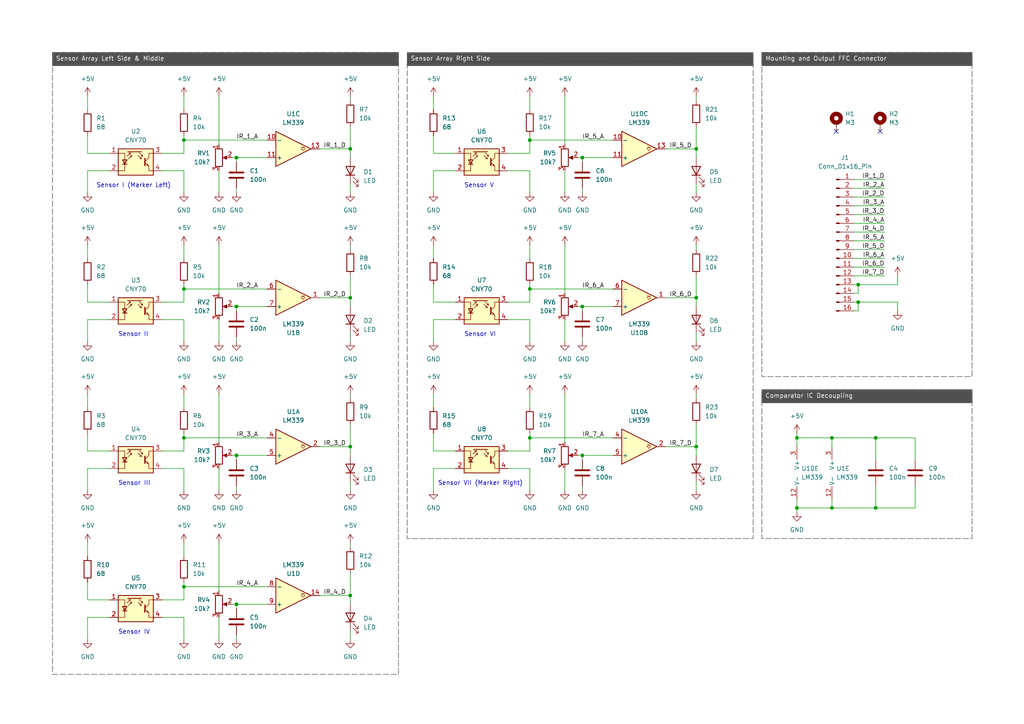
<source format=kicad_sch>
(kicad_sch (version 20231120) (generator "eeschema") (generator_version "8.0")
  (paper "A4")
  (lib_symbols
    (symbol "Comparator:LM339" (pin_names (offset 0.127))
      (property "Reference" "U" (at 0 5.08 0))
      (property "Value" "LM339" (at 0 -5.08 0))
      (symbol "LM339_1_1"
        (pin open_collector line (at 7.62 0 180) (length 2.54) (name "~") (number "2"))
        (pin input line (at -7.62 -2.54 0) (length 2.54) (name "-") (number "4"))
        (pin input line (at -7.62 2.54 0) (length 2.54) (name "+") (number "5"))
      )
      (symbol "LM339_2_1"
        (pin open_collector line (at 7.62 0 180) (length 2.54) (name "~") (number "1"))
        (pin input line (at -7.62 -2.54 0) (length 2.54) (name "-") (number "6"))
        (pin input line (at -7.62 2.54 0) (length 2.54) (name "+") (number "7"))
      )
      (symbol "LM339_3_1"
        (pin input line (at -7.62 -2.54 0) (length 2.54) (name "-") (number "10"))
        (pin input line (at -7.62 2.54 0) (length 2.54) (name "+") (number "11"))
        (pin open_collector line (at 7.62 0 180) (length 2.54) (name "~") (number "13"))
      )
      (symbol "LM339_4_1"
        (pin open_collector line (at 7.62 0 180) (length 2.54) (name "~") (number "14"))
        (pin input line (at -7.62 -2.54 0) (length 2.54) (name "-") (number "8"))
        (pin input line (at -7.62 2.54 0) (length 2.54) (name "+") (number "9"))
      )
      (symbol "LM339_5_1"
        (pin power_in line (at -2.54 -7.62 90) (length 3.81) (name "V-") (number "12"))
        (pin power_in line (at -2.54 7.62 270) (length 3.81) (name "V+") (number "3"))
      )
    )
    (symbol "Connector:Conn_01x16_Pin" (pin_names (offset 1.016) hide)
      (property "Reference" "J" (at 0 20.32 0))
      (property "Value" "Conn_01x16_Pin" (at 0 -22.86 0))
      (symbol "Conn_01x16_Pin_1_1"
        (pin passive line (at 5.08 17.78 180) (length 3.81) (name "Pin_1") (number "1"))
        (pin passive line (at 5.08 -5.08 180) (length 3.81) (name "Pin_10") (number "10"))
        (pin passive line (at 5.08 -7.62 180) (length 3.81) (name "Pin_11") (number "11"))
        (pin passive line (at 5.08 -10.16 180) (length 3.81) (name "Pin_12") (number "12"))
        (pin passive line (at 5.08 -12.7 180) (length 3.81) (name "Pin_13") (number "13"))
        (pin passive line (at 5.08 -15.24 180) (length 3.81) (name "Pin_14") (number "14"))
        (pin passive line (at 5.08 -17.78 180) (length 3.81) (name "Pin_15") (number "15"))
        (pin passive line (at 5.08 -20.32 180) (length 3.81) (name "Pin_16") (number "16"))
        (pin passive line (at 5.08 15.24 180) (length 3.81) (name "Pin_2") (number "2"))
        (pin passive line (at 5.08 12.7 180) (length 3.81) (name "Pin_3") (number "3"))
        (pin passive line (at 5.08 10.16 180) (length 3.81) (name "Pin_4") (number "4"))
        (pin passive line (at 5.08 7.62 180) (length 3.81) (name "Pin_5") (number "5"))
        (pin passive line (at 5.08 5.08 180) (length 3.81) (name "Pin_6") (number "6"))
        (pin passive line (at 5.08 2.54 180) (length 3.81) (name "Pin_7") (number "7"))
        (pin passive line (at 5.08 0 180) (length 3.81) (name "Pin_8") (number "8"))
        (pin passive line (at 5.08 -2.54 180) (length 3.81) (name "Pin_9") (number "9"))
      )
    )
    (symbol "Device:C" (pin_numbers hide) (pin_names (offset 0.254))
      (property "Reference" "C" (at 0.635 2.54 0))
      (property "Value" "C" (at 0.635 -2.54 0))
      (symbol "C_1_1"
        (pin passive line (at 0 3.81 270) (length 2.794) (name "~") (number "1"))
        (pin passive line (at 0 -3.81 90) (length 2.794) (name "~") (number "2"))
      )
    )
    (symbol "Device:LED" (pin_numbers hide) (pin_names (offset 1.016) hide)
      (property "Reference" "D" (at 0 2.54 0))
      (property "Value" "LED" (at 0 -2.54 0))
      (symbol "LED_1_1"
        (pin passive line (at -3.81 0 0) (length 2.54) (name "K") (number "1"))
        (pin passive line (at 3.81 0 180) (length 2.54) (name "A") (number "2"))
      )
    )
    (symbol "Device:R" (pin_numbers hide) (pin_names (offset 0))
      (property "Reference" "R" (at 2.032 0 90))
      (property "Value" "R" (at 0 0 90))
      (symbol "R_1_1"
        (pin passive line (at 0 3.81 270) (length 1.27) (name "~") (number "1"))
        (pin passive line (at 0 -3.81 90) (length 1.27) (name "~") (number "2"))
      )
    )
    (symbol "Device:R_Potentiometer" (pin_names (offset 1.016) hide)
      (property "Reference" "RV" (at -4.445 0 90))
      (property "Value" "R_Potentiometer" (at -2.54 0 90))
      (symbol "R_Potentiometer_1_1"
        (pin passive line (at 0 3.81 270) (length 1.27) (name "1") (number "1"))
        (pin passive line (at 3.81 0 180) (length 1.27) (name "2") (number "2"))
        (pin passive line (at 0 -3.81 90) (length 1.27) (name "3") (number "3"))
      )
    )
    (symbol "Mechanical:MountingHole_Pad" (pin_numbers hide) (pin_names (offset 1.016) hide)
      (property "Reference" "H" (at 0 6.35 0))
      (property "Value" "MountingHole_Pad" (at 0 4.445 0))
      (symbol "MountingHole_Pad_1_1"
        (pin input line (at 0 -2.54 90) (length 2.54) (name "1") (number "1"))
      )
    )
    (symbol "Sensor_Proximity:CNY70" (pin_names (offset 1.016) hide)
      (property "Reference" "U" (at -5.08 5.08 0))
      (property "Value" "CNY70" (at 5.08 5.08 0))
      (symbol "CNY70_1_1"
        (pin passive line (at -7.62 2.54 0) (length 2.54) (name "A") (number "1"))
        (pin passive line (at -7.62 -2.54 0) (length 2.54) (name "K") (number "2"))
        (pin open_collector line (at 7.62 2.54 180) (length 2.54) (name "C") (number "3"))
        (pin open_emitter line (at 7.62 -2.54 180) (length 2.54) (name "E") (number "4"))
      )
    )
    (symbol "power:+5V" (power) (pin_names (offset 0))
      (property "Value" "+5V" (at 0 3.556 0))
      (symbol "+5V_1_1"
        (pin power_in line (at 0 0 90) (length 0) hide (name "+5V") (number "1"))
      )
    )
    (symbol "power:GND" (power) (pin_names (offset 0))
      (property "Value" "GND" (at 0 -3.81 0))
      (symbol "GND_1_1"
        (pin power_in line (at 0 0 270) (length 0) hide (name "GND") (number "1"))
      )
    )
  )
  (junction (at 53.34 127))
  (junction (at 101.6 172.72))
  (junction (at 201.93 86.36))
  (junction (at 53.34 83.82))
  (junction (at 201.93 43.18))
  (junction (at 68.58 175.26))
  (junction (at 168.91 88.9))
  (junction (at 248.92 87.63))
  (junction (at 101.6 43.18))
  (junction (at 68.58 88.9))
  (junction (at 153.67 40.64))
  (junction (at 241.3 127))
  (junction (at 231.14 147.32))
  (junction (at 101.6 86.36))
  (junction (at 241.3 147.32))
  (junction (at 153.67 83.82))
  (junction (at 53.34 40.64))
  (junction (at 68.58 45.72))
  (junction (at 231.14 127))
  (junction (at 168.91 132.08))
  (junction (at 254 147.32))
  (junction (at 201.93 129.54))
  (junction (at 101.6 129.54))
  (junction (at 168.91 45.72))
  (junction (at 53.34 170.18))
  (junction (at 248.92 82.55))
  (junction (at 254 127))
  (junction (at 68.58 132.08))
  (junction (at 153.67 127))
  (no_connect (at 255.27 38.1))
  (no_connect (at 242.57 38.1))
  (wire (pts (xy 101.6 139.7) (xy 101.6 142.24)))
  (wire (pts (xy 125.73 87.63) (xy 132.08 87.63)))
  (wire (pts (xy 201.93 139.7) (xy 201.93 142.24)))
  (wire (pts (xy 193.04 86.36) (xy 201.93 86.36)))
  (wire (pts (xy 67.31 175.26) (xy 68.58 175.26)))
  (wire (pts (xy 153.67 82.55) (xy 153.67 83.82)))
  (wire (pts (xy 68.58 184.15) (xy 68.58 185.42)))
  (wire (pts (xy 25.4 125.73) (xy 25.4 130.81)))
  (wire (pts (xy 53.34 157.48) (xy 53.34 161.29)))
  (wire (pts (xy 147.32 87.63) (xy 153.67 87.63)))
  (wire (pts (xy 265.43 127) (xy 265.43 133.35)))
  (wire (pts (xy 201.93 86.36) (xy 201.93 88.9)))
  (wire (pts (xy 101.6 86.36) (xy 101.6 88.9)))
  (wire (pts (xy 101.6 43.18) (xy 101.6 45.72)))
  (wire (pts (xy 168.91 97.79) (xy 168.91 99.06)))
  (wire (pts (xy 25.4 71.12) (xy 25.4 74.93)))
  (wire (pts (xy 68.58 45.72) (xy 68.58 46.99)))
  (wire (pts (xy 201.93 36.83) (xy 201.93 43.18)))
  (wire (pts (xy 163.83 27.94) (xy 163.83 41.91)))
  (wire (pts (xy 92.71 172.72) (xy 101.6 172.72)))
  (wire (pts (xy 247.65 67.31) (xy 256.54 67.31)))
  (wire (pts (xy 25.4 92.71) (xy 25.4 99.06)))
  (wire (pts (xy 46.99 130.81) (xy 53.34 130.81)))
  (wire (pts (xy 101.6 27.94) (xy 101.6 29.21)))
  (wire (pts (xy 193.04 129.54) (xy 201.93 129.54)))
  (wire (pts (xy 46.99 179.07) (xy 53.34 179.07)))
  (wire (pts (xy 101.6 96.52) (xy 101.6 99.06)))
  (wire (pts (xy 53.34 82.55) (xy 53.34 83.82)))
  (wire (pts (xy 247.65 62.23) (xy 256.54 62.23)))
  (wire (pts (xy 231.14 147.32) (xy 231.14 148.59)))
  (wire (pts (xy 101.6 123.19) (xy 101.6 129.54)))
  (wire (pts (xy 248.92 87.63) (xy 260.35 87.63)))
  (wire (pts (xy 101.6 182.88) (xy 101.6 185.42)))
  (wire (pts (xy 247.65 87.63) (xy 248.92 87.63)))
  (wire (pts (xy 168.91 54.61) (xy 168.91 55.88)))
  (wire (pts (xy 201.93 71.12) (xy 201.93 72.39)))
  (wire (pts (xy 231.14 144.78) (xy 231.14 147.32)))
  (wire (pts (xy 163.83 49.53) (xy 163.83 55.88)))
  (wire (pts (xy 63.5 157.48) (xy 63.5 171.45)))
  (wire (pts (xy 247.65 54.61) (xy 256.54 54.61)))
  (wire (pts (xy 46.99 87.63) (xy 53.34 87.63)))
  (wire (pts (xy 153.67 127) (xy 177.8 127)))
  (wire (pts (xy 46.99 49.53) (xy 53.34 49.53)))
  (wire (pts (xy 247.65 74.93) (xy 256.54 74.93)))
  (wire (pts (xy 125.73 39.37) (xy 125.73 44.45)))
  (wire (pts (xy 248.92 87.63) (xy 248.92 90.17)))
  (wire (pts (xy 53.34 83.82) (xy 53.34 87.63)))
  (wire (pts (xy 25.4 135.89) (xy 25.4 142.24)))
  (wire (pts (xy 53.34 71.12) (xy 53.34 74.93)))
  (wire (pts (xy 101.6 80.01) (xy 101.6 86.36)))
  (wire (pts (xy 153.67 114.3) (xy 153.67 118.11)))
  (wire (pts (xy 168.91 132.08) (xy 168.91 133.35)))
  (wire (pts (xy 25.4 157.48) (xy 25.4 161.29)))
  (wire (pts (xy 53.34 170.18) (xy 53.34 173.99)))
  (wire (pts (xy 153.67 40.64) (xy 177.8 40.64)))
  (wire (pts (xy 25.4 82.55) (xy 25.4 87.63)))
  (wire (pts (xy 201.93 27.94) (xy 201.93 29.21)))
  (wire (pts (xy 153.67 27.94) (xy 153.67 31.75)))
  (wire (pts (xy 67.31 88.9) (xy 68.58 88.9)))
  (wire (pts (xy 25.4 114.3) (xy 25.4 118.11)))
  (wire (pts (xy 46.99 135.89) (xy 53.34 135.89)))
  (wire (pts (xy 153.67 71.12) (xy 153.67 74.93)))
  (wire (pts (xy 163.83 135.89) (xy 163.83 142.24)))
  (wire (pts (xy 231.14 127) (xy 241.3 127)))
  (wire (pts (xy 53.34 125.73) (xy 53.34 127)))
  (wire (pts (xy 101.6 36.83) (xy 101.6 43.18)))
  (wire (pts (xy 247.65 82.55) (xy 248.92 82.55)))
  (wire (pts (xy 125.73 82.55) (xy 125.73 87.63)))
  (wire (pts (xy 163.83 92.71) (xy 163.83 99.06)))
  (wire (pts (xy 92.71 129.54) (xy 101.6 129.54)))
  (wire (pts (xy 247.65 80.01) (xy 256.54 80.01)))
  (wire (pts (xy 92.71 86.36) (xy 101.6 86.36)))
  (wire (pts (xy 68.58 175.26) (xy 77.47 175.26)))
  (wire (pts (xy 241.3 144.78) (xy 241.3 147.32)))
  (wire (pts (xy 254 140.97) (xy 254 147.32)))
  (wire (pts (xy 63.5 135.89) (xy 63.5 142.24)))
  (wire (pts (xy 241.3 127) (xy 254 127)))
  (wire (pts (xy 46.99 173.99) (xy 53.34 173.99)))
  (wire (pts (xy 46.99 44.45) (xy 53.34 44.45)))
  (wire (pts (xy 101.6 71.12) (xy 101.6 72.39)))
  (wire (pts (xy 201.93 80.01) (xy 201.93 86.36)))
  (wire (pts (xy 147.32 130.81) (xy 153.67 130.81)))
  (wire (pts (xy 68.58 175.26) (xy 68.58 176.53)))
  (wire (pts (xy 92.71 43.18) (xy 101.6 43.18)))
  (wire (pts (xy 201.93 96.52) (xy 201.93 99.06)))
  (wire (pts (xy 53.34 40.64) (xy 53.34 44.45)))
  (wire (pts (xy 68.58 88.9) (xy 68.58 90.17)))
  (wire (pts (xy 168.91 88.9) (xy 177.8 88.9)))
  (wire (pts (xy 53.34 135.89) (xy 53.34 142.24)))
  (wire (pts (xy 153.67 92.71) (xy 153.67 99.06)))
  (wire (pts (xy 153.67 127) (xy 153.67 130.81)))
  (wire (pts (xy 201.93 53.34) (xy 201.93 55.88)))
  (wire (pts (xy 147.32 44.45) (xy 153.67 44.45)))
  (wire (pts (xy 101.6 53.34) (xy 101.6 55.88)))
  (wire (pts (xy 247.65 52.07) (xy 256.54 52.07)))
  (wire (pts (xy 68.58 54.61) (xy 68.58 55.88)))
  (wire (pts (xy 153.67 49.53) (xy 153.67 55.88)))
  (wire (pts (xy 247.65 72.39) (xy 256.54 72.39)))
  (wire (pts (xy 25.4 39.37) (xy 25.4 44.45)))
  (wire (pts (xy 153.67 83.82) (xy 177.8 83.82)))
  (wire (pts (xy 260.35 80.01) (xy 260.35 82.55)))
  (wire (pts (xy 167.64 45.72) (xy 168.91 45.72)))
  (wire (pts (xy 25.4 179.07) (xy 25.4 185.42)))
  (wire (pts (xy 247.65 69.85) (xy 256.54 69.85)))
  (wire (pts (xy 168.91 45.72) (xy 168.91 46.99)))
  (wire (pts (xy 231.14 127) (xy 231.14 129.54)))
  (wire (pts (xy 247.65 90.17) (xy 248.92 90.17)))
  (wire (pts (xy 25.4 27.94) (xy 25.4 31.75)))
  (wire (pts (xy 265.43 140.97) (xy 265.43 147.32)))
  (wire (pts (xy 247.65 77.47) (xy 256.54 77.47)))
  (wire (pts (xy 167.64 88.9) (xy 168.91 88.9)))
  (wire (pts (xy 153.67 135.89) (xy 153.67 142.24)))
  (wire (pts (xy 153.67 40.64) (xy 153.67 44.45)))
  (wire (pts (xy 193.04 43.18) (xy 201.93 43.18)))
  (wire (pts (xy 25.4 179.07) (xy 31.75 179.07)))
  (wire (pts (xy 101.6 129.54) (xy 101.6 132.08)))
  (wire (pts (xy 231.14 147.32) (xy 241.3 147.32)))
  (wire (pts (xy 163.83 114.3) (xy 163.83 128.27)))
  (wire (pts (xy 25.4 168.91) (xy 25.4 173.99)))
  (wire (pts (xy 53.34 40.64) (xy 77.47 40.64)))
  (wire (pts (xy 241.3 147.32) (xy 254 147.32)))
  (wire (pts (xy 46.99 92.71) (xy 53.34 92.71)))
  (wire (pts (xy 63.5 114.3) (xy 63.5 128.27)))
  (wire (pts (xy 168.91 140.97) (xy 168.91 142.24)))
  (wire (pts (xy 68.58 97.79) (xy 68.58 99.06)))
  (wire (pts (xy 153.67 125.73) (xy 153.67 127)))
  (wire (pts (xy 125.73 114.3) (xy 125.73 118.11)))
  (wire (pts (xy 101.6 157.48) (xy 101.6 158.75)))
  (wire (pts (xy 53.34 83.82) (xy 77.47 83.82)))
  (wire (pts (xy 247.65 85.09) (xy 248.92 85.09)))
  (wire (pts (xy 53.34 179.07) (xy 53.34 185.42)))
  (wire (pts (xy 53.34 114.3) (xy 53.34 118.11)))
  (wire (pts (xy 201.93 129.54) (xy 201.93 132.08)))
  (wire (pts (xy 153.67 39.37) (xy 153.67 40.64)))
  (wire (pts (xy 68.58 45.72) (xy 77.47 45.72)))
  (wire (pts (xy 53.34 39.37) (xy 53.34 40.64)))
  (wire (pts (xy 101.6 166.37) (xy 101.6 172.72)))
  (wire (pts (xy 68.58 88.9) (xy 77.47 88.9)))
  (wire (pts (xy 125.73 49.53) (xy 125.73 55.88)))
  (wire (pts (xy 67.31 132.08) (xy 68.58 132.08)))
  (wire (pts (xy 53.34 92.71) (xy 53.34 99.06)))
  (wire (pts (xy 147.32 92.71) (xy 153.67 92.71)))
  (wire (pts (xy 147.32 135.89) (xy 153.67 135.89)))
  (wire (pts (xy 248.92 82.55) (xy 260.35 82.55)))
  (wire (pts (xy 68.58 132.08) (xy 77.47 132.08)))
  (wire (pts (xy 254 127) (xy 265.43 127)))
  (wire (pts (xy 53.34 127) (xy 77.47 127)))
  (wire (pts (xy 68.58 140.97) (xy 68.58 142.24)))
  (wire (pts (xy 25.4 49.53) (xy 25.4 55.88)))
  (wire (pts (xy 125.73 71.12) (xy 125.73 74.93)))
  (wire (pts (xy 260.35 87.63) (xy 260.35 90.17)))
  (wire (pts (xy 201.93 43.18) (xy 201.93 45.72)))
  (wire (pts (xy 25.4 135.89) (xy 31.75 135.89)))
  (wire (pts (xy 247.65 59.69) (xy 256.54 59.69)))
  (wire (pts (xy 25.4 87.63) (xy 31.75 87.63)))
  (wire (pts (xy 168.91 88.9) (xy 168.91 90.17)))
  (wire (pts (xy 125.73 44.45) (xy 132.08 44.45)))
  (wire (pts (xy 63.5 27.94) (xy 63.5 41.91)))
  (wire (pts (xy 163.83 71.12) (xy 163.83 85.09)))
  (wire (pts (xy 231.14 125.73) (xy 231.14 127)))
  (wire (pts (xy 201.93 114.3) (xy 201.93 115.57)))
  (wire (pts (xy 25.4 173.99) (xy 31.75 173.99)))
  (wire (pts (xy 125.73 49.53) (xy 132.08 49.53)))
  (wire (pts (xy 53.34 168.91) (xy 53.34 170.18)))
  (wire (pts (xy 25.4 49.53) (xy 31.75 49.53)))
  (wire (pts (xy 254 147.32) (xy 265.43 147.32)))
  (wire (pts (xy 53.34 170.18) (xy 77.47 170.18)))
  (wire (pts (xy 101.6 114.3) (xy 101.6 115.57)))
  (wire (pts (xy 68.58 132.08) (xy 68.58 133.35)))
  (wire (pts (xy 168.91 45.72) (xy 177.8 45.72)))
  (wire (pts (xy 247.65 64.77) (xy 256.54 64.77)))
  (wire (pts (xy 53.34 49.53) (xy 53.34 55.88)))
  (wire (pts (xy 147.32 49.53) (xy 153.67 49.53)))
  (wire (pts (xy 125.73 130.81) (xy 132.08 130.81)))
  (wire (pts (xy 25.4 44.45) (xy 31.75 44.45)))
  (wire (pts (xy 201.93 123.19) (xy 201.93 129.54)))
  (wire (pts (xy 53.34 127) (xy 53.34 130.81)))
  (wire (pts (xy 153.67 83.82) (xy 153.67 87.63)))
  (wire (pts (xy 53.34 27.94) (xy 53.34 31.75)))
  (wire (pts (xy 241.3 127) (xy 241.3 129.54)))
  (wire (pts (xy 125.73 27.94) (xy 125.73 31.75)))
  (wire (pts (xy 247.65 57.15) (xy 256.54 57.15)))
  (wire (pts (xy 167.64 132.08) (xy 168.91 132.08)))
  (wire (pts (xy 254 127) (xy 254 133.35)))
  (wire (pts (xy 63.5 179.07) (xy 63.5 185.42)))
  (wire (pts (xy 63.5 49.53) (xy 63.5 55.88)))
  (wire (pts (xy 67.31 45.72) (xy 68.58 45.72)))
  (wire (pts (xy 63.5 92.71) (xy 63.5 99.06)))
  (wire (pts (xy 248.92 82.55) (xy 248.92 85.09)))
  (wire (pts (xy 168.91 132.08) (xy 177.8 132.08)))
  (wire (pts (xy 25.4 130.81) (xy 31.75 130.81)))
  (wire (pts (xy 125.73 125.73) (xy 125.73 130.81)))
  (wire (pts (xy 125.73 135.89) (xy 132.08 135.89)))
  (wire (pts (xy 125.73 92.71) (xy 125.73 99.06)))
  (wire (pts (xy 63.5 71.12) (xy 63.5 85.09)))
  (wire (pts (xy 125.73 92.71) (xy 132.08 92.71)))
  (wire (pts (xy 125.73 135.89) (xy 125.73 142.24)))
  (wire (pts (xy 101.6 172.72) (xy 101.6 175.26)))
  (wire (pts (xy 25.4 92.71) (xy 31.75 92.71)))
  (rectangle (start 15.24 15.24) (end 115.57 195.58) (stroke (width 0) (type dash) (color 67 67 67 1)))
  (rectangle (start 220.98 15.24) (end 281.94 109.22) (stroke (width 0) (type dash) (color 67 67 67 1)))
  (rectangle (start 118.11 17.78) (end 218.44 156.21) (stroke (width 0) (type dash) (color 67 67 67 1)))
  (rectangle (start 220.98 113.03) (end 281.94 156.21) (stroke (width 0) (type dash) (color 67 67 67 1)))
  (text_box "Mounting and Output FFC Connector" (at 220.98 15.24 0) (size 60.96 3.81) (stroke (width 0) (color 80 80 80 1)) (fill (type color) (color 80 80 80 1)) (effects (font (size 1.27 1.27)) (justify left top)))
  (text_box "Sensor Array Right Side" (at 118.11 15.24 0) (size 100.33 3.81) (stroke (width 0) (color 80 80 80 1)) (fill (type color) (color 80 80 80 1)) (effects (font (size 1.27 1.27)) (justify left top)))
  (text_box "Sensor Array Left Side & Middle" (at 15.24 15.24 0) (size 100.33 3.81) (stroke (width 0) (color 80 80 80 1)) (fill (type color) (color 80 80 80 1)) (effects (font (size 1.27 1.27)) (justify left top)))
  (text_box "Comparator IC Decoupling" (at 220.98 113.03 0) (size 60.96 3.81) (stroke (width 0) (color 80 80 80 1)) (fill (type color) (color 80 80 80 1)) (effects (font (size 1.27 1.27)) (justify left top)))
  (text "Sensor VI" (at 134.62 97.79 0) (effects (font (size 1.27 1.27)) (justify left bottom)))
  (text "Sensor II" (at 34.29 97.79 0) (effects (font (size 1.27 1.27)) (justify left bottom)))
  (text "Sensor III" (at 34.29 140.97 0) (effects (font (size 1.27 1.27)) (justify left bottom)))
  (text "Sensor V" (at 134.62 54.61 0) (effects (font (size 1.27 1.27)) (justify left bottom)))
  (text "Sensor IV" (at 34.29 184.15 0) (effects (font (size 1.27 1.27)) (justify left bottom)))
  (text "Sensor I (Marker Left)" (at 27.94 54.61 0) (effects (font (size 1.27 1.27)) (justify left bottom)))
  (text "Sensor VII (Marker Right)" (at 127 140.97 0) (effects (font (size 1.27 1.27)) (justify left bottom)))
  (label "IR_4_D" (at 100.33 172.72 180))
  (label "IR_2_D" (at 100.33 86.36 180))
  (label "IR_4_D" (at 256.54 67.31 180))
  (label "IR_2_A" (at 256.54 54.61 180))
  (label "IR_1_D" (at 256.54 52.07 180))
  (label "IR_6_A" (at 168.91 83.82 0))
  (label "IR_7_A" (at 168.91 127 0))
  (label "IR_4_A" (at 68.58 170.18 0))
  (label "IR_2_A" (at 68.58 83.82 0))
  (label "IR_4_A" (at 256.54 64.77 180))
  (label "IR_6_D" (at 256.54 77.47 180))
  (label "IR_2_D" (at 256.54 57.15 180))
  (label "IR_6_D" (at 200.66 86.36 180))
  (label "IR_7_D" (at 200.66 129.54 180))
  (label "IR_3_D" (at 100.33 129.54 180))
  (label "IR_5_A" (at 256.54 69.85 180))
  (label "IR_6_A" (at 256.54 74.93 180))
  (label "IR_3_D" (at 256.54 62.23 180))
  (label "IR_5_A" (at 168.91 40.64 0))
  (label "IR_7_D" (at 256.54 80.01 180))
  (label "IR_3_A" (at 256.54 59.69 180))
  (label "IR_5_D" (at 256.54 72.39 180))
  (label "IR_3_A" (at 68.58 127 0))
  (label "IR_1_D" (at 100.33 43.18 180))
  (label "IR_1_A" (at 68.58 40.64 0))
  (label "IR_5_D" (at 200.66 43.18 180))
  (symbol (lib_id "power:GND") (at 125.73 142.24 0) (unit 1)
    (property "Reference" "#PWR044" (effects (hide yes)))
    (property "Value" "GND" (at 125.73 147.32 0))
  )
  (symbol (lib_id "power:+5V") (at 25.4 157.48 0) (unit 1)
    (property "Reference" "#PWR030" (effects (hide yes)))
    (property "Value" "+5V" (at 25.4 152.4 0))
  )
  (symbol (lib_id "power:+5V") (at 101.6 27.94 0) (unit 1)
    (property "Reference" "#PWR022" (effects (hide yes)))
    (property "Value" "+5V" (at 101.6 22.86 0))
  )
  (symbol (lib_id "Device:R") (at 25.4 35.56 0) (mirror y) (unit 1)
    (property "Reference" "R1" (at 27.94 34.2899 0) (effects (justify right)))
    (property "Value" "68" (at 27.94 36.8299 0) (effects (justify right)))
    (property "Footprint" "Resistor_SMD:R_0603_1608Metric" (effects (hide yes)))
  )
  (symbol (lib_id "power:GND") (at 63.5 99.06 0) (unit 1)
    (property "Reference" "#PWR016" (effects (hide yes)))
    (property "Value" "GND" (at 63.5 104.14 0))
  )
  (symbol (lib_id "power:GND") (at 231.14 148.59 0) (unit 1)
    (property "Reference" "#PWR029" (effects (hide yes)))
    (property "Value" "GND" (at 231.14 153.67 0))
  )
  (symbol (lib_id "power:+5V") (at 201.93 71.12 0) (unit 1)
    (property "Reference" "#PWR069" (effects (hide yes)))
    (property "Value" "+5V" (at 201.93 66.04 0))
  )
  (symbol (lib_id "power:+5V") (at 125.73 71.12 0) (unit 1)
    (property "Reference" "#PWR041" (effects (hide yes)))
    (property "Value" "+5V" (at 125.73 66.04 0))
  )
  (symbol (lib_id "power:GND") (at 25.4 99.06 0) (unit 1)
    (property "Reference" "#PWR04" (effects (hide yes)))
    (property "Value" "GND" (at 25.4 104.14 0))
  )
  (symbol (lib_id "Comparator:LM339") (at 243.84 137.16 0) (unit 5)
    (property "Reference" "U1" (at 242.57 135.89 0) (effects (justify left)))
    (property "Value" "LM339" (at 242.57 138.43 0) (effects (justify left)))
    (property "Footprint" "Package_SO:SO-14_3.9x8.65mm_P1.27mm" (effects (hide yes)))
    (property "Datasheet" "https://www.st.com/resource/en/datasheet/lm139.pdf" (effects (hide yes)))
  )
  (symbol (lib_id "Device:LED") (at 101.6 49.53 90) (unit 1)
    (property "Reference" "D1" (at 105.41 49.8475 90) (effects (justify right)))
    (property "Value" "LED" (at 105.41 52.3875 90) (effects (justify right)))
    (property "Footprint" "Diode_SMD:D_0603_1608Metric" (effects (hide yes)))
  )
  (symbol (lib_id "power:+5V") (at 260.35 80.01 0) (unit 1)
    (property "Reference" "#PWR046" (effects (hide yes)))
    (property "Value" "+5V" (at 260.35 74.93 0))
  )
  (symbol (lib_id "power:+5V") (at 53.34 114.3 0) (unit 1)
    (property "Reference" "#PWR011" (effects (hide yes)))
    (property "Value" "+5V" (at 53.34 109.22 0))
  )
  (symbol (lib_id "Device:R") (at 153.67 121.92 0) (mirror y) (unit 1)
    (property "Reference" "R19" (at 156.21 120.65 0) (effects (justify right)))
    (property "Value" "10k" (at 156.21 123.19 0) (effects (justify right)))
    (property "Footprint" "Resistor_SMD:R_0603_1608Metric" (effects (hide yes)))
  )
  (symbol (lib_id "power:GND") (at 201.93 55.88 0) (unit 1)
    (property "Reference" "#PWR068" (effects (hide yes)))
    (property "Value" "GND" (at 201.93 60.96 0))
  )
  (symbol (lib_id "power:GND") (at 68.58 99.06 0) (unit 1)
    (property "Reference" "#PWR020" (effects (hide yes)))
    (property "Value" "GND" (at 68.58 104.14 0))
  )
  (symbol (lib_id "Device:R_Potentiometer") (at 63.5 132.08 0) (unit 1)
    (property "Reference" "RV3" (at 60.96 130.81 0) (effects (justify right)))
    (property "Value" "10k?" (at 60.96 133.35 0) (effects (justify right)))
    (property "Footprint" "ImportedLibrary:3362P1222LF" (effects (hide yes)))
  )
  (symbol (lib_id "power:+5V") (at 101.6 157.48 0) (unit 1)
    (property "Reference" "#PWR037" (effects (hide yes)))
    (property "Value" "+5V" (at 101.6 152.4 0))
  )
  (symbol (lib_id "Device:R") (at 101.6 76.2 0) (mirror y) (unit 1)
    (property "Reference" "R8" (at 104.14 74.93 0) (effects (justify right)))
    (property "Value" "10k" (at 104.14 77.47 0) (effects (justify right)))
    (property "Footprint" "Resistor_SMD:R_0603_1608Metric" (effects (hide yes)))
  )
  (symbol (lib_id "Device:R") (at 153.67 35.56 0) (mirror y) (unit 1)
    (property "Reference" "R17" (at 156.21 34.29 0) (effects (justify right)))
    (property "Value" "10k" (at 156.21 36.83 0) (effects (justify right)))
    (property "Footprint" "Resistor_SMD:R_0603_1608Metric" (effects (hide yes)))
  )
  (symbol (lib_id "power:GND") (at 25.4 55.88 0) (unit 1)
    (property "Reference" "#PWR02" (effects (hide yes)))
    (property "Value" "GND" (at 25.4 60.96 0))
  )
  (symbol (lib_id "power:+5V") (at 231.14 125.73 0) (unit 1)
    (property "Reference" "#PWR028" (effects (hide yes)))
    (property "Value" "+5V" (at 231.14 120.65 0))
  )
  (symbol (lib_id "Device:R_Potentiometer") (at 163.83 45.72 0) (unit 1)
    (property "Reference" "RV5" (at 161.29 44.45 0) (effects (justify right)))
    (property "Value" "10k?" (at 161.29 46.99 0) (effects (justify right)))
    (property "Footprint" "ImportedLibrary:3362P1222LF" (effects (hide yes)))
  )
  (symbol (lib_id "power:GND") (at 63.5 185.42 0) (unit 1)
    (property "Reference" "#PWR035" (effects (hide yes)))
    (property "Value" "GND" (at 63.5 190.5 0))
  )
  (symbol (lib_id "Device:R_Potentiometer") (at 163.83 132.08 0) (unit 1)
    (property "Reference" "RV7" (at 161.29 130.81 0) (effects (justify right)))
    (property "Value" "10k?" (at 161.29 133.35 0) (effects (justify right)))
    (property "Footprint" "ImportedLibrary:3362P1222LF" (effects (hide yes)))
  )
  (symbol (lib_id "Device:C") (at 68.58 137.16 0) (unit 1)
    (property "Reference" "C3" (at 72.39 135.89 0) (effects (justify left)))
    (property "Value" "100n" (at 72.39 138.43 0) (effects (justify left)))
    (property "Footprint" "Capacitor_SMD:C_0603_1608Metric" (effects (hide yes)))
  )
  (symbol (lib_id "power:GND") (at 63.5 142.24 0) (unit 1)
    (property "Reference" "#PWR018" (effects (hide yes)))
    (property "Value" "GND" (at 63.5 147.32 0))
  )
  (symbol (lib_id "Device:LED") (at 101.6 135.89 90) (unit 1)
    (property "Reference" "D3" (at 105.41 136.2075 90) (effects (justify right)))
    (property "Value" "LED" (at 105.41 138.7475 90) (effects (justify right)))
    (property "Footprint" "Diode_SMD:D_0603_1608Metric" (effects (hide yes)))
  )
  (symbol (lib_id "power:GND") (at 25.4 142.24 0) (unit 1)
    (property "Reference" "#PWR06" (effects (hide yes)))
    (property "Value" "GND" (at 25.4 147.32 0))
  )
  (symbol (lib_id "Device:C") (at 68.58 50.8 0) (unit 1)
    (property "Reference" "C1" (at 72.39 49.53 0) (effects (justify left)))
    (property "Value" "100n" (at 72.39 52.07 0) (effects (justify left)))
    (property "Footprint" "Capacitor_SMD:C_0603_1608Metric" (effects (hide yes)))
  )
  (symbol (lib_id "power:+5V") (at 201.93 114.3 0) (unit 1)
    (property "Reference" "#PWR071" (effects (hide yes)))
    (property "Value" "+5V" (at 201.93 109.22 0))
  )
  (symbol (lib_id "Sensor_Proximity:CNY70") (at 139.7 90.17 0) (unit 1)
    (property "Reference" "U7" (at 139.7 81.28 0))
    (property "Value" "CNY70" (at 139.7 83.82 0))
    (property "Footprint" "OptoDevice:Vishay_CNY70" (effects (hide yes)))
    (property "Datasheet" "https://www.vishay.com/docs/83751/cny70.pdf" (effects (hide yes)))
  )
  (symbol (lib_id "power:+5V") (at 201.93 27.94 0) (unit 1)
    (property "Reference" "#PWR067" (effects (hide yes)))
    (property "Value" "+5V" (at 201.93 22.86 0))
  )
  (symbol (lib_id "power:+5V") (at 53.34 71.12 0) (unit 1)
    (property "Reference" "#PWR09" (effects (hide yes)))
    (property "Value" "+5V" (at 53.34 66.04 0))
  )
  (symbol (lib_id "power:GND") (at 260.35 90.17 0) (unit 1)
    (property "Reference" "#PWR045" (effects (hide yes)))
    (property "Value" "GND" (at 260.35 95.25 0))
  )
  (symbol (lib_id "power:+5V") (at 101.6 114.3 0) (unit 1)
    (property "Reference" "#PWR026" (effects (hide yes)))
    (property "Value" "+5V" (at 101.6 109.22 0))
  )
  (symbol (lib_id "power:+5V") (at 63.5 71.12 0) (unit 1)
    (property "Reference" "#PWR015" (effects (hide yes)))
    (property "Value" "+5V" (at 63.5 66.04 0))
  )
  (symbol (lib_id "power:GND") (at 168.91 142.24 0) (unit 1)
    (property "Reference" "#PWR065" (effects (hide yes)))
    (property "Value" "GND" (at 168.91 147.32 0))
  )
  (symbol (lib_id "Sensor_Proximity:CNY70") (at 139.7 133.35 0) (unit 1)
    (property "Reference" "U8" (at 139.7 124.46 0))
    (property "Value" "CNY70" (at 139.7 127 0))
    (property "Footprint" "OptoDevice:Vishay_CNY70" (effects (hide yes)))
    (property "Datasheet" "https://www.vishay.com/docs/83751/cny70.pdf" (effects (hide yes)))
  )
  (symbol (lib_id "Sensor_Proximity:CNY70") (at 39.37 90.17 0) (unit 1)
    (property "Reference" "U3" (at 39.37 81.28 0))
    (property "Value" "CNY70" (at 39.37 83.82 0))
    (property "Footprint" "OptoDevice:Vishay_CNY70" (effects (hide yes)))
    (property "Datasheet" "https://www.vishay.com/docs/83751/cny70.pdf" (effects (hide yes)))
  )
  (symbol (lib_id "power:GND") (at 101.6 142.24 0) (unit 1)
    (property "Reference" "#PWR027" (effects (hide yes)))
    (property "Value" "GND" (at 101.6 147.32 0))
  )
  (symbol (lib_id "power:+5V") (at 25.4 71.12 0) (unit 1)
    (property "Reference" "#PWR03" (effects (hide yes)))
    (property "Value" "+5V" (at 25.4 66.04 0))
  )
  (symbol (lib_id "Device:R") (at 101.6 119.38 0) (mirror y) (unit 1)
    (property "Reference" "R9" (at 104.14 118.11 0) (effects (justify right)))
    (property "Value" "10k" (at 104.14 120.65 0) (effects (justify right)))
    (property "Footprint" "Resistor_SMD:R_0603_1608Metric" (effects (hide yes)))
  )
  (symbol (lib_id "Sensor_Proximity:CNY70") (at 39.37 133.35 0) (unit 1)
    (property "Reference" "U4" (at 39.37 124.46 0))
    (property "Value" "CNY70" (at 39.37 127 0))
    (property "Footprint" "OptoDevice:Vishay_CNY70" (effects (hide yes)))
    (property "Datasheet" "https://www.vishay.com/docs/83751/cny70.pdf" (effects (hide yes)))
  )
  (symbol (lib_id "power:GND") (at 168.91 99.06 0) (unit 1)
    (property "Reference" "#PWR064" (effects (hide yes)))
    (property "Value" "GND" (at 168.91 104.14 0))
  )
  (symbol (lib_id "power:GND") (at 201.93 142.24 0) (unit 1)
    (property "Reference" "#PWR072" (effects (hide yes)))
    (property "Value" "GND" (at 201.93 147.32 0))
  )
  (symbol (lib_id "power:GND") (at 163.83 142.24 0) (unit 1)
    (property "Reference" "#PWR060" (effects (hide yes)))
    (property "Value" "GND" (at 163.83 147.32 0))
  )
  (symbol (lib_id "Comparator:LM339") (at 85.09 172.72 0) (mirror x) (unit 4)
    (property "Reference" "U1" (at 85.09 166.37 0))
    (property "Value" "LM339" (at 85.09 163.83 0))
    (property "Footprint" "Package_SO:SO-14_3.9x8.65mm_P1.27mm" (effects (hide yes)))
    (property "Datasheet" "https://www.st.com/resource/en/datasheet/lm139.pdf" (effects (hide yes)))
  )
  (symbol (lib_id "power:GND") (at 168.91 55.88 0) (unit 1)
    (property "Reference" "#PWR063" (effects (hide yes)))
    (property "Value" "GND" (at 168.91 60.96 0))
  )
  (symbol (lib_id "Device:R_Potentiometer") (at 63.5 175.26 0) (unit 1)
    (property "Reference" "RV4" (at 60.96 173.99 0) (effects (justify right)))
    (property "Value" "10k?" (at 60.96 176.53 0) (effects (justify right)))
    (property "Footprint" "ImportedLibrary:3362P1222LF" (effects (hide yes)))
  )
  (symbol (lib_id "power:GND") (at 53.34 99.06 0) (unit 1)
    (property "Reference" "#PWR010" (effects (hide yes)))
    (property "Value" "GND" (at 53.34 104.14 0))
  )
  (symbol (lib_id "Sensor_Proximity:CNY70") (at 139.7 46.99 0) (unit 1)
    (property "Reference" "U6" (at 139.7 38.1 0))
    (property "Value" "CNY70" (at 139.7 40.64 0))
    (property "Footprint" "OptoDevice:Vishay_CNY70" (effects (hide yes)))
    (property "Datasheet" "https://www.vishay.com/docs/83751/cny70.pdf" (effects (hide yes)))
  )
  (symbol (lib_id "power:+5V") (at 153.67 71.12 0) (unit 1)
    (property "Reference" "#PWR049" (effects (hide yes)))
    (property "Value" "+5V" (at 153.67 66.04 0))
  )
  (symbol (lib_id "Device:R") (at 153.67 78.74 0) (mirror y) (unit 1)
    (property "Reference" "R18" (at 156.21 77.47 0) (effects (justify right)))
    (property "Value" "10k" (at 156.21 80.01 0) (effects (justify right)))
    (property "Footprint" "Resistor_SMD:R_0603_1608Metric" (effects (hide yes)))
  )
  (symbol (lib_id "Device:LED") (at 201.93 135.89 90) (unit 1)
    (property "Reference" "D7" (at 205.74 136.2075 90) (effects (justify right)))
    (property "Value" "LED" (at 205.74 138.7475 90) (effects (justify right)))
    (property "Footprint" "Diode_SMD:D_0603_1608Metric" (effects (hide yes)))
  )
  (symbol (lib_id "power:+5V") (at 63.5 157.48 0) (unit 1)
    (property "Reference" "#PWR034" (effects (hide yes)))
    (property "Value" "+5V" (at 63.5 152.4 0))
  )
  (symbol (lib_id "Comparator:LM339") (at 185.42 129.54 0) (mirror x) (unit 1)
    (property "Reference" "U10" (at 185.42 119.38 0))
    (property "Value" "LM339" (at 185.42 121.92 0))
    (property "Footprint" "Package_SO:SO-14_3.9x8.65mm_P1.27mm" (effects (hide yes)))
    (property "Datasheet" "https://www.st.com/resource/en/datasheet/lm139.pdf" (effects (hide yes)))
  )
  (symbol (lib_id "Comparator:LM339") (at 233.68 137.16 0) (unit 5)
    (property "Reference" "U10" (at 232.41 135.89 0) (effects (justify left)))
    (property "Value" "LM339" (at 232.41 138.43 0) (effects (justify left)))
    (property "Footprint" "Package_SO:SO-14_3.9x8.65mm_P1.27mm" (effects (hide yes)))
    (property "Datasheet" "https://www.st.com/resource/en/datasheet/lm139.pdf" (effects (hide yes)))
  )
  (symbol (lib_id "power:GND") (at 125.73 99.06 0) (unit 1)
    (property "Reference" "#PWR042" (effects (hide yes)))
    (property "Value" "GND" (at 125.73 104.14 0))
  )
  (symbol (lib_id "power:+5V") (at 153.67 114.3 0) (unit 1)
    (property "Reference" "#PWR051" (effects (hide yes)))
    (property "Value" "+5V" (at 153.67 109.22 0))
  )
  (symbol (lib_id "power:GND") (at 101.6 185.42 0) (unit 1)
    (property "Reference" "#PWR038" (effects (hide yes)))
    (property "Value" "GND" (at 101.6 190.5 0))
  )
  (symbol (lib_id "Device:R") (at 25.4 165.1 0) (mirror y) (unit 1)
    (property "Reference" "R10" (at 27.94 163.8299 0) (effects (justify right)))
    (property "Value" "68" (at 27.94 166.3699 0) (effects (justify right)))
    (property "Footprint" "Resistor_SMD:R_0603_1608Metric" (effects (hide yes)))
  )
  (symbol (lib_id "Device:C") (at 254 137.16 0) (unit 1)
    (property "Reference" "C4" (at 257.81 135.89 0) (effects (justify left)))
    (property "Value" "100n" (at 257.81 138.43 0) (effects (justify left)))
    (property "Footprint" "Capacitor_SMD:C_0603_1608Metric" (effects (hide yes)))
  )
  (symbol (lib_id "power:+5V") (at 63.5 114.3 0) (unit 1)
    (property "Reference" "#PWR017" (effects (hide yes)))
    (property "Value" "+5V" (at 63.5 109.22 0))
  )
  (symbol (lib_id "power:+5V") (at 101.6 71.12 0) (unit 1)
    (property "Reference" "#PWR024" (effects (hide yes)))
    (property "Value" "+5V" (at 101.6 66.04 0))
  )
  (symbol (lib_id "Device:R") (at 53.34 35.56 0) (mirror y) (unit 1)
    (property "Reference" "R4" (at 55.88 34.29 0) (effects (justify right)))
    (property "Value" "10k" (at 55.88 36.83 0) (effects (justify right)))
    (property "Footprint" "Resistor_SMD:R_0603_1608Metric" (effects (hide yes)))
  )
  (symbol (lib_id "Comparator:LM339") (at 185.42 43.18 0) (mirror x) (unit 3)
    (property "Reference" "U10" (at 185.42 33.02 0))
    (property "Value" "LM339" (at 185.42 35.56 0))
    (property "Footprint" "Package_SO:SO-14_3.9x8.65mm_P1.27mm" (effects (hide yes)))
    (property "Datasheet" "https://www.st.com/resource/en/datasheet/lm139.pdf" (effects (hide yes)))
  )
  (symbol (lib_id "power:+5V") (at 53.34 157.48 0) (unit 1)
    (property "Reference" "#PWR032" (effects (hide yes)))
    (property "Value" "+5V" (at 53.34 152.4 0))
  )
  (symbol (lib_id "Device:C") (at 168.91 93.98 0) (unit 1)
    (property "Reference" "C7" (at 172.72 92.71 0) (effects (justify left)))
    (property "Value" "100n" (at 172.72 95.25 0) (effects (justify left)))
    (property "Footprint" "Capacitor_SMD:C_0603_1608Metric" (effects (hide yes)))
  )
  (symbol (lib_id "power:GND") (at 63.5 55.88 0) (unit 1)
    (property "Reference" "#PWR014" (effects (hide yes)))
    (property "Value" "GND" (at 63.5 60.96 0))
  )
  (symbol (lib_id "Device:R") (at 201.93 119.38 0) (mirror y) (unit 1)
    (property "Reference" "R23" (at 204.47 118.11 0) (effects (justify right)))
    (property "Value" "10k" (at 204.47 120.65 0) (effects (justify right)))
    (property "Footprint" "Resistor_SMD:R_0603_1608Metric" (effects (hide yes)))
  )
  (symbol (lib_id "Device:R_Potentiometer") (at 63.5 45.72 0) (unit 1)
    (property "Reference" "RV1" (at 60.96 44.45 0) (effects (justify right)))
    (property "Value" "10k?" (at 60.96 46.99 0) (effects (justify right)))
    (property "Footprint" "ImportedLibrary:3362P1222LF" (effects (hide yes)))
  )
  (symbol (lib_id "power:+5V") (at 163.83 114.3 0) (unit 1)
    (property "Reference" "#PWR059" (effects (hide yes)))
    (property "Value" "+5V" (at 163.83 109.22 0))
  )
  (symbol (lib_id "power:+5V") (at 163.83 71.12 0) (unit 1)
    (property "Reference" "#PWR057" (effects (hide yes)))
    (property "Value" "+5V" (at 163.83 66.04 0))
  )
  (symbol (lib_id "power:+5V") (at 25.4 114.3 0) (unit 1)
    (property "Reference" "#PWR05" (effects (hide yes)))
    (property "Value" "+5V" (at 25.4 109.22 0))
  )
  (symbol (lib_id "Device:R_Potentiometer") (at 163.83 88.9 0) (unit 1)
    (property "Reference" "RV6" (at 161.29 87.63 0) (effects (justify right)))
    (property "Value" "10k?" (at 161.29 90.17 0) (effects (justify right)))
    (property "Footprint" "ImportedLibrary:3362P1222LF" (effects (hide yes)))
  )
  (symbol (lib_id "power:GND") (at 153.67 99.06 0) (unit 1)
    (property "Reference" "#PWR050" (effects (hide yes)))
    (property "Value" "GND" (at 153.67 104.14 0))
  )
  (symbol (lib_id "power:GND") (at 53.34 142.24 0) (unit 1)
    (property "Reference" "#PWR012" (effects (hide yes)))
    (property "Value" "GND" (at 53.34 147.32 0))
  )
  (symbol (lib_id "Device:R_Potentiometer") (at 63.5 88.9 0) (unit 1)
    (property "Reference" "RV2" (at 60.96 87.63 0) (effects (justify right)))
    (property "Value" "10k?" (at 60.96 90.17 0) (effects (justify right)))
    (property "Footprint" "ImportedLibrary:3362P1222LF" (effects (hide yes)))
  )
  (symbol (lib_id "Device:R") (at 201.93 76.2 0) (mirror y) (unit 1)
    (property "Reference" "R22" (at 204.47 74.93 0) (effects (justify right)))
    (property "Value" "10k" (at 204.47 77.47 0) (effects (justify right)))
    (property "Footprint" "Resistor_SMD:R_0603_1608Metric" (effects (hide yes)))
  )
  (symbol (lib_id "power:+5V") (at 125.73 114.3 0) (unit 1)
    (property "Reference" "#PWR043" (effects (hide yes)))
    (property "Value" "+5V" (at 125.73 109.22 0))
  )
  (symbol (lib_id "Device:R") (at 53.34 121.92 0) (mirror y) (unit 1)
    (property "Reference" "R6" (at 55.88 120.65 0) (effects (justify right)))
    (property "Value" "10k" (at 55.88 123.19 0) (effects (justify right)))
    (property "Footprint" "Resistor_SMD:R_0603_1608Metric" (effects (hide yes)))
  )
  (symbol (lib_id "power:+5V") (at 125.73 27.94 0) (unit 1)
    (property "Reference" "#PWR039" (effects (hide yes)))
    (property "Value" "+5V" (at 125.73 22.86 0))
  )
  (symbol (lib_id "Device:C") (at 265.43 137.16 0) (unit 1)
    (property "Reference" "C9" (at 269.24 135.89 0) (effects (justify left)))
    (property "Value" "100n" (at 269.24 138.43 0) (effects (justify left)))
    (property "Footprint" "Capacitor_SMD:C_0603_1608Metric" (effects (hide yes)))
  )
  (symbol (lib_id "Device:R") (at 25.4 78.74 0) (mirror y) (unit 1)
    (property "Reference" "R2" (at 27.94 77.4699 0) (effects (justify right)))
    (property "Value" "68" (at 27.94 80.0099 0) (effects (justify right)))
    (property "Footprint" "Resistor_SMD:R_0603_1608Metric" (effects (hide yes)))
  )
  (symbol (lib_id "Comparator:LM339") (at 85.09 129.54 0) (mirror x) (unit 1)
    (property "Reference" "U1" (at 85.09 119.38 0))
    (property "Value" "LM339" (at 85.09 121.92 0))
    (property "Footprint" "Package_SO:SO-14_3.9x8.65mm_P1.27mm" (effects (hide yes)))
    (property "Datasheet" "https://www.st.com/resource/en/datasheet/lm139.pdf" (effects (hide yes)))
  )
  (symbol (lib_id "Device:C") (at 168.91 50.8 0) (unit 1)
    (property "Reference" "C6" (at 172.72 49.53 0) (effects (justify left)))
    (property "Value" "100n" (at 172.72 52.07 0) (effects (justify left)))
    (property "Footprint" "Capacitor_SMD:C_0603_1608Metric" (effects (hide yes)))
  )
  (symbol (lib_id "Device:R") (at 53.34 78.74 0) (mirror y) (unit 1)
    (property "Reference" "R5" (at 55.88 77.47 0) (effects (justify right)))
    (property "Value" "10k" (at 55.88 80.01 0) (effects (justify right)))
    (property "Footprint" "Resistor_SMD:R_0603_1608Metric" (effects (hide yes)))
  )
  (symbol (lib_id "Device:LED") (at 201.93 49.53 90) (unit 1)
    (property "Reference" "D5" (at 205.74 49.8475 90) (effects (justify right)))
    (property "Value" "LED" (at 205.74 52.3875 90) (effects (justify right)))
    (property "Footprint" "Diode_SMD:D_0603_1608Metric" (effects (hide yes)))
  )
  (symbol (lib_id "power:+5V") (at 63.5 27.94 0) (unit 1)
    (property "Reference" "#PWR013" (effects (hide yes)))
    (property "Value" "+5V" (at 63.5 22.86 0))
  )
  (symbol (lib_id "Sensor_Proximity:CNY70") (at 39.37 46.99 0) (unit 1)
    (property "Reference" "U2" (at 39.37 38.1 0))
    (property "Value" "CNY70" (at 39.37 40.64 0))
    (property "Footprint" "OptoDevice:Vishay_CNY70" (effects (hide yes)))
    (property "Datasheet" "https://www.vishay.com/docs/83751/cny70.pdf" (effects (hide yes)))
  )
  (symbol (lib_id "power:GND") (at 53.34 55.88 0) (unit 1)
    (property "Reference" "#PWR08" (effects (hide yes)))
    (property "Value" "GND" (at 53.34 60.96 0))
  )
  (symbol (lib_id "Device:C") (at 68.58 93.98 0) (unit 1)
    (property "Reference" "C2" (at 72.39 92.71 0) (effects (justify left)))
    (property "Value" "100n" (at 72.39 95.25 0) (effects (justify left)))
    (property "Footprint" "Capacitor_SMD:C_0603_1608Metric" (effects (hide yes)))
  )
  (symbol (lib_id "power:GND") (at 153.67 142.24 0) (unit 1)
    (property "Reference" "#PWR052" (effects (hide yes)))
    (property "Value" "GND" (at 153.67 147.32 0))
  )
  (symbol (lib_id "power:+5V") (at 153.67 27.94 0) (unit 1)
    (property "Reference" "#PWR047" (effects (hide yes)))
    (property "Value" "+5V" (at 153.67 22.86 0))
  )
  (symbol (lib_id "power:GND") (at 53.34 185.42 0) (unit 1)
    (property "Reference" "#PWR033" (effects (hide yes)))
    (property "Value" "GND" (at 53.34 190.5 0))
  )
  (symbol (lib_id "Device:LED") (at 201.93 92.71 90) (unit 1)
    (property "Reference" "D6" (at 205.74 93.0275 90) (effects (justify right)))
    (property "Value" "LED" (at 205.74 95.5675 90) (effects (justify right)))
    (property "Footprint" "Diode_SMD:D_0603_1608Metric" (effects (hide yes)))
  )
  (symbol (lib_id "Comparator:LM339") (at 185.42 86.36 0) (mirror x) (unit 2)
    (property "Reference" "U10" (at 185.42 96.52 0))
    (property "Value" "LM339" (at 185.42 93.98 0))
    (property "Footprint" "Package_SO:SO-14_3.9x8.65mm_P1.27mm" (effects (hide yes)))
    (property "Datasheet" "https://www.st.com/resource/en/datasheet/lm139.pdf" (effects (hide yes)))
  )
  (symbol (lib_id "Mechanical:MountingHole_Pad") (at 255.27 35.56 0) (unit 1)
    (property "Reference" "H2" (at 257.81 33.02 0) (effects (justify left)))
    (property "Value" "M3" (at 257.81 35.56 0) (effects (justify left)))
    (property "Footprint" "ImportedLibrary:MountingHole_Soldernut_M3" (effects (hide yes)))
  )
  (symbol (lib_id "Device:R") (at 101.6 162.56 0) (mirror y) (unit 1)
    (property "Reference" "R12" (at 104.14 161.29 0) (effects (justify right)))
    (property "Value" "10k" (at 104.14 163.83 0) (effects (justify right)))
    (property "Footprint" "Resistor_SMD:R_0603_1608Metric" (effects (hide yes)))
  )
  (symbol (lib_id "power:+5V") (at 163.83 27.94 0) (unit 1)
    (property "Reference" "#PWR055" (effects (hide yes)))
    (property "Value" "+5V" (at 163.83 22.86 0))
  )
  (symbol (lib_id "power:GND") (at 101.6 55.88 0) (unit 1)
    (property "Reference" "#PWR023" (effects (hide yes)))
    (property "Value" "GND" (at 101.6 60.96 0))
  )
  (symbol (lib_id "Comparator:LM339") (at 85.09 86.36 0) (mirror x) (unit 2)
    (property "Reference" "U1" (at 85.09 96.52 0))
    (property "Value" "LM339" (at 85.09 93.98 0))
    (property "Footprint" "Package_SO:SO-14_3.9x8.65mm_P1.27mm" (effects (hide yes)))
    (property "Datasheet" "https://www.st.com/resource/en/datasheet/lm139.pdf" (effects (hide yes)))
  )
  (symbol (lib_id "power:+5V") (at 53.34 27.94 0) (unit 1)
    (property "Reference" "#PWR07" (effects (hide yes)))
    (property "Value" "+5V" (at 53.34 22.86 0))
  )
  (symbol (lib_id "Device:LED") (at 101.6 179.07 90) (unit 1)
    (property "Reference" "D4" (at 105.41 179.3875 90) (effects (justify right)))
    (property "Value" "LED" (at 105.41 181.9275 90) (effects (justify right)))
    (property "Footprint" "Diode_SMD:D_0603_1608Metric" (effects (hide yes)))
  )
  (symbol (lib_id "Device:R") (at 125.73 35.56 0) (mirror y) (unit 1)
    (property "Reference" "R13" (at 128.27 34.2899 0) (effects (justify right)))
    (property "Value" "68" (at 128.27 36.8299 0) (effects (justify right)))
    (property "Footprint" "Resistor_SMD:R_0603_1608Metric" (effects (hide yes)))
  )
  (symbol (lib_id "power:GND") (at 163.83 99.06 0) (unit 1)
    (property "Reference" "#PWR058" (effects (hide yes)))
    (property "Value" "GND" (at 163.83 104.14 0))
  )
  (symbol (lib_id "Connector:Conn_01x16_Pin") (at 242.57 69.85 0) (unit 1)
    (property "Reference" "J1" (at 245.11 45.72 0))
    (property "Value" "Conn_01x16_Pin" (at 245.11 48.26 0))
    (property "Footprint" "Connector_FFC-FPC:Hirose_FH12-16S-0.5SH_1x16-1MP_P0.50mm_Horizontal" (effects (hide yes)))
  )
  (symbol (lib_id "power:GND") (at 163.83 55.88 0) (unit 1)
    (property "Reference" "#PWR056" (effects (hide yes)))
    (property "Value" "GND" (at 163.83 60.96 0))
  )
  (symbol (lib_id "power:GND") (at 68.58 185.42 0) (unit 1)
    (property "Reference" "#PWR036" (effects (hide yes)))
    (property "Value" "GND" (at 68.58 190.5 0))
  )
  (symbol (lib_id "Sensor_Proximity:CNY70") (at 39.37 176.53 0) (unit 1)
    (property "Reference" "U5" (at 39.37 167.64 0))
    (property "Value" "CNY70" (at 39.37 170.18 0))
    (property "Footprint" "OptoDevice:Vishay_CNY70" (effects (hide yes)))
    (property "Datasheet" "https://www.vishay.com/docs/83751/cny70.pdf" (effects (hide yes)))
  )
  (symbol (lib_id "Mechanical:MountingHole_Pad") (at 242.57 35.56 0) (unit 1)
    (property "Reference" "H1" (at 245.11 33.02 0) (effects (justify left)))
    (property "Value" "M3" (at 245.11 35.56 0) (effects (justify left)))
    (property "Footprint" "ImportedLibrary:MountingHole_Soldernut_M3" (effects (hide yes)))
  )
  (symbol (lib_id "Device:C") (at 68.58 180.34 0) (unit 1)
    (property "Reference" "C5" (at 72.39 179.07 0) (effects (justify left)))
    (property "Value" "100n" (at 72.39 181.61 0) (effects (justify left)))
    (property "Footprint" "Capacitor_SMD:C_0603_1608Metric" (effects (hide yes)))
  )
  (symbol (lib_id "power:+5V") (at 25.4 27.94 0) (unit 1)
    (property "Reference" "#PWR01" (effects (hide yes)))
    (property "Value" "+5V" (at 25.4 22.86 0))
  )
  (symbol (lib_id "power:GND") (at 201.93 99.06 0) (unit 1)
    (property "Reference" "#PWR070" (effects (hide yes)))
    (property "Value" "GND" (at 201.93 104.14 0))
  )
  (symbol (lib_id "power:GND") (at 68.58 142.24 0) (unit 1)
    (property "Reference" "#PWR021" (effects (hide yes)))
    (property "Value" "GND" (at 68.58 147.32 0))
  )
  (symbol (lib_id "Device:R") (at 201.93 33.02 0) (mirror y) (unit 1)
    (property "Reference" "R21" (at 204.47 31.75 0) (effects (justify right)))
    (property "Value" "10k" (at 204.47 34.29 0) (effects (justify right)))
    (property "Footprint" "Resistor_SMD:R_0603_1608Metric" (effects (hide yes)))
  )
  (symbol (lib_id "Comparator:LM339") (at 85.09 43.18 0) (mirror x) (unit 3)
    (property "Reference" "U1" (at 85.09 33.02 0))
    (property "Value" "LM339" (at 85.09 35.56 0))
    (property "Footprint" "Package_SO:SO-14_3.9x8.65mm_P1.27mm" (effects (hide yes)))
    (property "Datasheet" "https://www.st.com/resource/en/datasheet/lm139.pdf" (effects (hide yes)))
  )
  (symbol (lib_id "power:GND") (at 25.4 185.42 0) (unit 1)
    (property "Reference" "#PWR031" (effects (hide yes)))
    (property "Value" "GND" (at 25.4 190.5 0))
  )
  (symbol (lib_id "Device:R") (at 125.73 121.92 0) (mirror y) (unit 1)
    (property "Reference" "R15" (at 128.27 120.6499 0) (effects (justify right)))
    (property "Value" "68" (at 128.27 123.1899 0) (effects (justify right)))
    (property "Footprint" "Resistor_SMD:R_0603_1608Metric" (effects (hide yes)))
  )
  (symbol (lib_id "Device:C") (at 168.91 137.16 0) (unit 1)
    (property "Reference" "C8" (at 172.72 135.89 0) (effects (justify left)))
    (property "Value" "100n" (at 172.72 138.43 0) (effects (justify left)))
    (property "Footprint" "Capacitor_SMD:C_0603_1608Metric" (effects (hide yes)))
  )
  (symbol (lib_id "power:GND") (at 101.6 99.06 0) (unit 1)
    (property "Reference" "#PWR025" (effects (hide yes)))
    (property "Value" "GND" (at 101.6 104.14 0))
  )
  (symbol (lib_id "power:GND") (at 153.67 55.88 0) (unit 1)
    (property "Reference" "#PWR048" (effects (hide yes)))
    (property "Value" "GND" (at 153.67 60.96 0))
  )
  (symbol (lib_id "power:GND") (at 68.58 55.88 0) (unit 1)
    (property "Reference" "#PWR019" (effects (hide yes)))
    (property "Value" "GND" (at 68.58 60.96 0))
  )
  (symbol (lib_id "power:GND") (at 125.73 55.88 0) (unit 1)
    (property "Reference" "#PWR040" (effects (hide yes)))
    (property "Value" "GND" (at 125.73 60.96 0))
  )
  (symbol (lib_id "Device:R") (at 125.73 78.74 0) (mirror y) (unit 1)
    (property "Reference" "R14" (at 128.27 77.4699 0) (effects (justify right)))
    (property "Value" "68" (at 128.27 80.0099 0) (effects (justify right)))
    (property "Footprint" "Resistor_SMD:R_0603_1608Metric" (effects (hide yes)))
  )
  (symbol (lib_id "Device:LED") (at 101.6 92.71 90) (unit 1)
    (property "Reference" "D2" (at 105.41 93.0275 90) (effects (justify right)))
    (property "Value" "LED" (at 105.41 95.5675 90) (effects (justify right)))
    (property "Footprint" "Diode_SMD:D_0603_1608Metric" (effects (hide yes)))
  )
  (symbol (lib_id "Device:R") (at 101.6 33.02 0) (mirror y) (unit 1)
    (property "Reference" "R7" (at 104.14 31.75 0) (effects (justify right)))
    (property "Value" "10k" (at 104.14 34.29 0) (effects (justify right)))
    (property "Footprint" "Resistor_SMD:R_0603_1608Metric" (effects (hide yes)))
  )
  (symbol (lib_id "Device:R") (at 25.4 121.92 0) (mirror y) (unit 1)
    (property "Reference" "R3" (at 27.94 120.6499 0) (effects (justify right)))
    (property "Value" "68" (at 27.94 123.1899 0) (effects (justify right)))
    (property "Footprint" "Resistor_SMD:R_0603_1608Metric" (effects (hide yes)))
  )
  (symbol (lib_id "Device:R") (at 53.34 165.1 0) (mirror y) (unit 1)
    (property "Reference" "R11" (at 55.88 163.83 0) (effects (justify right)))
    (property "Value" "10k" (at 55.88 166.37 0) (effects (justify right)))
    (property "Footprint" "Resistor_SMD:R_0603_1608Metric" (effects (hide yes)))
  )
)
</source>
